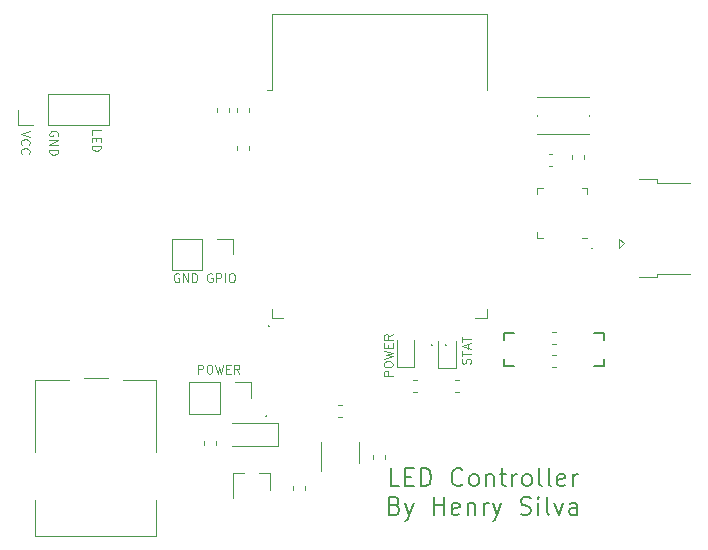
<source format=gbr>
%TF.GenerationSoftware,KiCad,Pcbnew,(5.1.6)-1*%
%TF.CreationDate,2020-06-23T15:14:12-07:00*%
%TF.ProjectId,LEDController,4c454443-6f6e-4747-926f-6c6c65722e6b,rev?*%
%TF.SameCoordinates,Original*%
%TF.FileFunction,Legend,Top*%
%TF.FilePolarity,Positive*%
%FSLAX46Y46*%
G04 Gerber Fmt 4.6, Leading zero omitted, Abs format (unit mm)*
G04 Created by KiCad (PCBNEW (5.1.6)-1) date 2020-06-23 15:14:12*
%MOMM*%
%LPD*%
G01*
G04 APERTURE LIST*
%ADD10C,0.120000*%
%ADD11C,0.180000*%
%ADD12C,0.203200*%
G04 APERTURE END LIST*
D10*
X97667857Y-66339285D02*
X97667857Y-65589285D01*
X97953571Y-65589285D01*
X98025000Y-65625000D01*
X98060714Y-65660714D01*
X98096428Y-65732142D01*
X98096428Y-65839285D01*
X98060714Y-65910714D01*
X98025000Y-65946428D01*
X97953571Y-65982142D01*
X97667857Y-65982142D01*
X98560714Y-65589285D02*
X98703571Y-65589285D01*
X98775000Y-65625000D01*
X98846428Y-65696428D01*
X98882142Y-65839285D01*
X98882142Y-66089285D01*
X98846428Y-66232142D01*
X98775000Y-66303571D01*
X98703571Y-66339285D01*
X98560714Y-66339285D01*
X98489285Y-66303571D01*
X98417857Y-66232142D01*
X98382142Y-66089285D01*
X98382142Y-65839285D01*
X98417857Y-65696428D01*
X98489285Y-65625000D01*
X98560714Y-65589285D01*
X99132142Y-65589285D02*
X99310714Y-66339285D01*
X99453571Y-65803571D01*
X99596428Y-66339285D01*
X99775000Y-65589285D01*
X100060714Y-65946428D02*
X100310714Y-65946428D01*
X100417857Y-66339285D02*
X100060714Y-66339285D01*
X100060714Y-65589285D01*
X100417857Y-65589285D01*
X101167857Y-66339285D02*
X100917857Y-65982142D01*
X100739285Y-66339285D02*
X100739285Y-65589285D01*
X101025000Y-65589285D01*
X101096428Y-65625000D01*
X101132142Y-65660714D01*
X101167857Y-65732142D01*
X101167857Y-65839285D01*
X101132142Y-65910714D01*
X101096428Y-65946428D01*
X101025000Y-65982142D01*
X100739285Y-65982142D01*
D11*
X114692857Y-75863571D02*
X113978571Y-75863571D01*
X113978571Y-74363571D01*
X115192857Y-75077857D02*
X115692857Y-75077857D01*
X115907142Y-75863571D02*
X115192857Y-75863571D01*
X115192857Y-74363571D01*
X115907142Y-74363571D01*
X116550000Y-75863571D02*
X116550000Y-74363571D01*
X116907142Y-74363571D01*
X117121428Y-74435000D01*
X117264285Y-74577857D01*
X117335714Y-74720714D01*
X117407142Y-75006428D01*
X117407142Y-75220714D01*
X117335714Y-75506428D01*
X117264285Y-75649285D01*
X117121428Y-75792142D01*
X116907142Y-75863571D01*
X116550000Y-75863571D01*
X120050000Y-75720714D02*
X119978571Y-75792142D01*
X119764285Y-75863571D01*
X119621428Y-75863571D01*
X119407142Y-75792142D01*
X119264285Y-75649285D01*
X119192857Y-75506428D01*
X119121428Y-75220714D01*
X119121428Y-75006428D01*
X119192857Y-74720714D01*
X119264285Y-74577857D01*
X119407142Y-74435000D01*
X119621428Y-74363571D01*
X119764285Y-74363571D01*
X119978571Y-74435000D01*
X120050000Y-74506428D01*
X120907142Y-75863571D02*
X120764285Y-75792142D01*
X120692857Y-75720714D01*
X120621428Y-75577857D01*
X120621428Y-75149285D01*
X120692857Y-75006428D01*
X120764285Y-74935000D01*
X120907142Y-74863571D01*
X121121428Y-74863571D01*
X121264285Y-74935000D01*
X121335714Y-75006428D01*
X121407142Y-75149285D01*
X121407142Y-75577857D01*
X121335714Y-75720714D01*
X121264285Y-75792142D01*
X121121428Y-75863571D01*
X120907142Y-75863571D01*
X122050000Y-74863571D02*
X122050000Y-75863571D01*
X122050000Y-75006428D02*
X122121428Y-74935000D01*
X122264285Y-74863571D01*
X122478571Y-74863571D01*
X122621428Y-74935000D01*
X122692857Y-75077857D01*
X122692857Y-75863571D01*
X123192857Y-74863571D02*
X123764285Y-74863571D01*
X123407142Y-74363571D02*
X123407142Y-75649285D01*
X123478571Y-75792142D01*
X123621428Y-75863571D01*
X123764285Y-75863571D01*
X124264285Y-75863571D02*
X124264285Y-74863571D01*
X124264285Y-75149285D02*
X124335714Y-75006428D01*
X124407142Y-74935000D01*
X124550000Y-74863571D01*
X124692857Y-74863571D01*
X125407142Y-75863571D02*
X125264285Y-75792142D01*
X125192857Y-75720714D01*
X125121428Y-75577857D01*
X125121428Y-75149285D01*
X125192857Y-75006428D01*
X125264285Y-74935000D01*
X125407142Y-74863571D01*
X125621428Y-74863571D01*
X125764285Y-74935000D01*
X125835714Y-75006428D01*
X125907142Y-75149285D01*
X125907142Y-75577857D01*
X125835714Y-75720714D01*
X125764285Y-75792142D01*
X125621428Y-75863571D01*
X125407142Y-75863571D01*
X126764285Y-75863571D02*
X126621428Y-75792142D01*
X126550000Y-75649285D01*
X126550000Y-74363571D01*
X127550000Y-75863571D02*
X127407142Y-75792142D01*
X127335714Y-75649285D01*
X127335714Y-74363571D01*
X128692857Y-75792142D02*
X128550000Y-75863571D01*
X128264285Y-75863571D01*
X128121428Y-75792142D01*
X128050000Y-75649285D01*
X128050000Y-75077857D01*
X128121428Y-74935000D01*
X128264285Y-74863571D01*
X128550000Y-74863571D01*
X128692857Y-74935000D01*
X128764285Y-75077857D01*
X128764285Y-75220714D01*
X128050000Y-75363571D01*
X129407142Y-75863571D02*
X129407142Y-74863571D01*
X129407142Y-75149285D02*
X129478571Y-75006428D01*
X129550000Y-74935000D01*
X129692857Y-74863571D01*
X129835714Y-74863571D01*
X114335714Y-77507857D02*
X114550000Y-77579285D01*
X114621428Y-77650714D01*
X114692857Y-77793571D01*
X114692857Y-78007857D01*
X114621428Y-78150714D01*
X114550000Y-78222142D01*
X114407142Y-78293571D01*
X113835714Y-78293571D01*
X113835714Y-76793571D01*
X114335714Y-76793571D01*
X114478571Y-76865000D01*
X114550000Y-76936428D01*
X114621428Y-77079285D01*
X114621428Y-77222142D01*
X114550000Y-77365000D01*
X114478571Y-77436428D01*
X114335714Y-77507857D01*
X113835714Y-77507857D01*
X115192857Y-77293571D02*
X115550000Y-78293571D01*
X115907142Y-77293571D02*
X115550000Y-78293571D01*
X115407142Y-78650714D01*
X115335714Y-78722142D01*
X115192857Y-78793571D01*
X117621428Y-78293571D02*
X117621428Y-76793571D01*
X117621428Y-77507857D02*
X118478571Y-77507857D01*
X118478571Y-78293571D02*
X118478571Y-76793571D01*
X119764285Y-78222142D02*
X119621428Y-78293571D01*
X119335714Y-78293571D01*
X119192857Y-78222142D01*
X119121428Y-78079285D01*
X119121428Y-77507857D01*
X119192857Y-77365000D01*
X119335714Y-77293571D01*
X119621428Y-77293571D01*
X119764285Y-77365000D01*
X119835714Y-77507857D01*
X119835714Y-77650714D01*
X119121428Y-77793571D01*
X120478571Y-77293571D02*
X120478571Y-78293571D01*
X120478571Y-77436428D02*
X120550000Y-77365000D01*
X120692857Y-77293571D01*
X120907142Y-77293571D01*
X121050000Y-77365000D01*
X121121428Y-77507857D01*
X121121428Y-78293571D01*
X121835714Y-78293571D02*
X121835714Y-77293571D01*
X121835714Y-77579285D02*
X121907142Y-77436428D01*
X121978571Y-77365000D01*
X122121428Y-77293571D01*
X122264285Y-77293571D01*
X122621428Y-77293571D02*
X122978571Y-78293571D01*
X123335714Y-77293571D02*
X122978571Y-78293571D01*
X122835714Y-78650714D01*
X122764285Y-78722142D01*
X122621428Y-78793571D01*
X124978571Y-78222142D02*
X125192857Y-78293571D01*
X125550000Y-78293571D01*
X125692857Y-78222142D01*
X125764285Y-78150714D01*
X125835714Y-78007857D01*
X125835714Y-77865000D01*
X125764285Y-77722142D01*
X125692857Y-77650714D01*
X125550000Y-77579285D01*
X125264285Y-77507857D01*
X125121428Y-77436428D01*
X125050000Y-77365000D01*
X124978571Y-77222142D01*
X124978571Y-77079285D01*
X125050000Y-76936428D01*
X125121428Y-76865000D01*
X125264285Y-76793571D01*
X125621428Y-76793571D01*
X125835714Y-76865000D01*
X126478571Y-78293571D02*
X126478571Y-77293571D01*
X126478571Y-76793571D02*
X126407142Y-76865000D01*
X126478571Y-76936428D01*
X126550000Y-76865000D01*
X126478571Y-76793571D01*
X126478571Y-76936428D01*
X127407142Y-78293571D02*
X127264285Y-78222142D01*
X127192857Y-78079285D01*
X127192857Y-76793571D01*
X127835714Y-77293571D02*
X128192857Y-78293571D01*
X128550000Y-77293571D01*
X129764285Y-78293571D02*
X129764285Y-77507857D01*
X129692857Y-77365000D01*
X129550000Y-77293571D01*
X129264285Y-77293571D01*
X129121428Y-77365000D01*
X129764285Y-78222142D02*
X129621428Y-78293571D01*
X129264285Y-78293571D01*
X129121428Y-78222142D01*
X129050000Y-78079285D01*
X129050000Y-77936428D01*
X129121428Y-77793571D01*
X129264285Y-77722142D01*
X129621428Y-77722142D01*
X129764285Y-77650714D01*
D10*
X117400000Y-63867857D02*
X117435714Y-63903571D01*
X117400000Y-63939285D01*
X117364285Y-63903571D01*
X117400000Y-63867857D01*
X117400000Y-63939285D01*
X118600000Y-63867857D02*
X118635714Y-63903571D01*
X118600000Y-63939285D01*
X118564285Y-63903571D01*
X118600000Y-63867857D01*
X118600000Y-63939285D01*
X120703571Y-65507142D02*
X120739285Y-65400000D01*
X120739285Y-65221428D01*
X120703571Y-65150000D01*
X120667857Y-65114285D01*
X120596428Y-65078571D01*
X120525000Y-65078571D01*
X120453571Y-65114285D01*
X120417857Y-65150000D01*
X120382142Y-65221428D01*
X120346428Y-65364285D01*
X120310714Y-65435714D01*
X120275000Y-65471428D01*
X120203571Y-65507142D01*
X120132142Y-65507142D01*
X120060714Y-65471428D01*
X120025000Y-65435714D01*
X119989285Y-65364285D01*
X119989285Y-65185714D01*
X120025000Y-65078571D01*
X119989285Y-64864285D02*
X119989285Y-64435714D01*
X120739285Y-64650000D02*
X119989285Y-64650000D01*
X120525000Y-64221428D02*
X120525000Y-63864285D01*
X120739285Y-64292857D02*
X119989285Y-64042857D01*
X120739285Y-63792857D01*
X119989285Y-63650000D02*
X119989285Y-63221428D01*
X120739285Y-63435714D02*
X119989285Y-63435714D01*
X114139285Y-66532142D02*
X113389285Y-66532142D01*
X113389285Y-66246428D01*
X113425000Y-66175000D01*
X113460714Y-66139285D01*
X113532142Y-66103571D01*
X113639285Y-66103571D01*
X113710714Y-66139285D01*
X113746428Y-66175000D01*
X113782142Y-66246428D01*
X113782142Y-66532142D01*
X113389285Y-65639285D02*
X113389285Y-65496428D01*
X113425000Y-65425000D01*
X113496428Y-65353571D01*
X113639285Y-65317857D01*
X113889285Y-65317857D01*
X114032142Y-65353571D01*
X114103571Y-65425000D01*
X114139285Y-65496428D01*
X114139285Y-65639285D01*
X114103571Y-65710714D01*
X114032142Y-65782142D01*
X113889285Y-65817857D01*
X113639285Y-65817857D01*
X113496428Y-65782142D01*
X113425000Y-65710714D01*
X113389285Y-65639285D01*
X113389285Y-65067857D02*
X114139285Y-64889285D01*
X113603571Y-64746428D01*
X114139285Y-64603571D01*
X113389285Y-64425000D01*
X113746428Y-64139285D02*
X113746428Y-63889285D01*
X114139285Y-63782142D02*
X114139285Y-64139285D01*
X113389285Y-64139285D01*
X113389285Y-63782142D01*
X114139285Y-63032142D02*
X113782142Y-63282142D01*
X114139285Y-63460714D02*
X113389285Y-63460714D01*
X113389285Y-63175000D01*
X113425000Y-63103571D01*
X113460714Y-63067857D01*
X113532142Y-63032142D01*
X113639285Y-63032142D01*
X113710714Y-63067857D01*
X113746428Y-63103571D01*
X113782142Y-63175000D01*
X113782142Y-63460714D01*
X103400000Y-69867857D02*
X103435714Y-69903571D01*
X103400000Y-69939285D01*
X103364285Y-69903571D01*
X103400000Y-69867857D01*
X103400000Y-69939285D01*
X103600000Y-62267857D02*
X103635714Y-62303571D01*
X103600000Y-62339285D01*
X103564285Y-62303571D01*
X103600000Y-62267857D01*
X103600000Y-62339285D01*
X131000000Y-55667857D02*
X131035714Y-55703571D01*
X131000000Y-55739285D01*
X130964285Y-55703571D01*
X131000000Y-55667857D01*
X131000000Y-55739285D01*
X88660714Y-46117857D02*
X88660714Y-45760714D01*
X89410714Y-45760714D01*
X89053571Y-46367857D02*
X89053571Y-46617857D01*
X88660714Y-46725000D02*
X88660714Y-46367857D01*
X89410714Y-46367857D01*
X89410714Y-46725000D01*
X88660714Y-47046428D02*
X89410714Y-47046428D01*
X89410714Y-47225000D01*
X89375000Y-47332142D01*
X89303571Y-47403571D01*
X89232142Y-47439285D01*
X89089285Y-47475000D01*
X88982142Y-47475000D01*
X88839285Y-47439285D01*
X88767857Y-47403571D01*
X88696428Y-47332142D01*
X88660714Y-47225000D01*
X88660714Y-47046428D01*
X85775000Y-46228571D02*
X85810714Y-46157142D01*
X85810714Y-46050000D01*
X85775000Y-45942857D01*
X85703571Y-45871428D01*
X85632142Y-45835714D01*
X85489285Y-45800000D01*
X85382142Y-45800000D01*
X85239285Y-45835714D01*
X85167857Y-45871428D01*
X85096428Y-45942857D01*
X85060714Y-46050000D01*
X85060714Y-46121428D01*
X85096428Y-46228571D01*
X85132142Y-46264285D01*
X85382142Y-46264285D01*
X85382142Y-46121428D01*
X85060714Y-46585714D02*
X85810714Y-46585714D01*
X85060714Y-47014285D01*
X85810714Y-47014285D01*
X85060714Y-47371428D02*
X85810714Y-47371428D01*
X85810714Y-47550000D01*
X85775000Y-47657142D01*
X85703571Y-47728571D01*
X85632142Y-47764285D01*
X85489285Y-47800000D01*
X85382142Y-47800000D01*
X85239285Y-47764285D01*
X85167857Y-47728571D01*
X85096428Y-47657142D01*
X85060714Y-47550000D01*
X85060714Y-47371428D01*
X83410714Y-45800000D02*
X82660714Y-46050000D01*
X83410714Y-46300000D01*
X82732142Y-46978571D02*
X82696428Y-46942857D01*
X82660714Y-46835714D01*
X82660714Y-46764285D01*
X82696428Y-46657142D01*
X82767857Y-46585714D01*
X82839285Y-46550000D01*
X82982142Y-46514285D01*
X83089285Y-46514285D01*
X83232142Y-46550000D01*
X83303571Y-46585714D01*
X83375000Y-46657142D01*
X83410714Y-46764285D01*
X83410714Y-46835714D01*
X83375000Y-46942857D01*
X83339285Y-46978571D01*
X82732142Y-47728571D02*
X82696428Y-47692857D01*
X82660714Y-47585714D01*
X82660714Y-47514285D01*
X82696428Y-47407142D01*
X82767857Y-47335714D01*
X82839285Y-47300000D01*
X82982142Y-47264285D01*
X83089285Y-47264285D01*
X83232142Y-47300000D01*
X83303571Y-47335714D01*
X83375000Y-47407142D01*
X83410714Y-47514285D01*
X83410714Y-47585714D01*
X83375000Y-47692857D01*
X83339285Y-47728571D01*
X98850000Y-57875000D02*
X98778571Y-57839285D01*
X98671428Y-57839285D01*
X98564285Y-57875000D01*
X98492857Y-57946428D01*
X98457142Y-58017857D01*
X98421428Y-58160714D01*
X98421428Y-58267857D01*
X98457142Y-58410714D01*
X98492857Y-58482142D01*
X98564285Y-58553571D01*
X98671428Y-58589285D01*
X98742857Y-58589285D01*
X98850000Y-58553571D01*
X98885714Y-58517857D01*
X98885714Y-58267857D01*
X98742857Y-58267857D01*
X99207142Y-58589285D02*
X99207142Y-57839285D01*
X99492857Y-57839285D01*
X99564285Y-57875000D01*
X99600000Y-57910714D01*
X99635714Y-57982142D01*
X99635714Y-58089285D01*
X99600000Y-58160714D01*
X99564285Y-58196428D01*
X99492857Y-58232142D01*
X99207142Y-58232142D01*
X99957142Y-58589285D02*
X99957142Y-57839285D01*
X100457142Y-57839285D02*
X100600000Y-57839285D01*
X100671428Y-57875000D01*
X100742857Y-57946428D01*
X100778571Y-58089285D01*
X100778571Y-58339285D01*
X100742857Y-58482142D01*
X100671428Y-58553571D01*
X100600000Y-58589285D01*
X100457142Y-58589285D01*
X100385714Y-58553571D01*
X100314285Y-58482142D01*
X100278571Y-58339285D01*
X100278571Y-58089285D01*
X100314285Y-57946428D01*
X100385714Y-57875000D01*
X100457142Y-57839285D01*
X96028571Y-57875000D02*
X95957142Y-57839285D01*
X95850000Y-57839285D01*
X95742857Y-57875000D01*
X95671428Y-57946428D01*
X95635714Y-58017857D01*
X95600000Y-58160714D01*
X95600000Y-58267857D01*
X95635714Y-58410714D01*
X95671428Y-58482142D01*
X95742857Y-58553571D01*
X95850000Y-58589285D01*
X95921428Y-58589285D01*
X96028571Y-58553571D01*
X96064285Y-58517857D01*
X96064285Y-58267857D01*
X95921428Y-58267857D01*
X96385714Y-58589285D02*
X96385714Y-57839285D01*
X96814285Y-58589285D01*
X96814285Y-57839285D01*
X97171428Y-58589285D02*
X97171428Y-57839285D01*
X97350000Y-57839285D01*
X97457142Y-57875000D01*
X97528571Y-57946428D01*
X97564285Y-58017857D01*
X97600000Y-58160714D01*
X97600000Y-58267857D01*
X97564285Y-58410714D01*
X97528571Y-58482142D01*
X97457142Y-58553571D01*
X97350000Y-58589285D01*
X97171428Y-58589285D01*
%TO.C,J7*%
X96930000Y-67070000D02*
X96930000Y-69730000D01*
X99530000Y-67070000D02*
X96930000Y-67070000D01*
X99530000Y-69730000D02*
X96930000Y-69730000D01*
X99530000Y-67070000D02*
X99530000Y-69730000D01*
X100800000Y-67070000D02*
X102130000Y-67070000D01*
X102130000Y-67070000D02*
X102130000Y-68400000D01*
%TO.C,U1*%
X108090000Y-72100000D02*
X108090000Y-74550000D01*
X111310000Y-73900000D02*
X111310000Y-72100000D01*
%TO.C,C1*%
X106710000Y-75837221D02*
X106710000Y-76162779D01*
X105690000Y-75837221D02*
X105690000Y-76162779D01*
%TO.C,C2*%
X109537221Y-70010000D02*
X109862779Y-70010000D01*
X109537221Y-68990000D02*
X109862779Y-68990000D01*
%TO.C,C3*%
X100990000Y-44162779D02*
X100990000Y-43837221D01*
X102010000Y-44162779D02*
X102010000Y-43837221D01*
%TO.C,C4*%
X100310000Y-44162779D02*
X100310000Y-43837221D01*
X99290000Y-44162779D02*
X99290000Y-43837221D01*
%TO.C,C5*%
X130310000Y-48162779D02*
X130310000Y-47837221D01*
X129290000Y-48162779D02*
X129290000Y-47837221D01*
%TO.C,C6*%
X102010000Y-47087221D02*
X102010000Y-47412779D01*
X100990000Y-47087221D02*
X100990000Y-47412779D01*
%TO.C,D1*%
X104400000Y-72500000D02*
X100550000Y-72500000D01*
X104400000Y-70500000D02*
X100550000Y-70500000D01*
X104400000Y-72500000D02*
X104400000Y-70500000D01*
%TO.C,D2*%
X115985000Y-65797500D02*
X115985000Y-63512500D01*
X114515000Y-65797500D02*
X115985000Y-65797500D01*
X114515000Y-63512500D02*
X114515000Y-65797500D01*
%TO.C,D3*%
X118015000Y-63550000D02*
X118015000Y-65835000D01*
X118015000Y-65835000D02*
X119485000Y-65835000D01*
X119485000Y-65835000D02*
X119485000Y-63550000D01*
%TO.C,J1*%
X133750000Y-55325000D02*
X133300000Y-55725000D01*
X133300000Y-55725000D02*
X133300000Y-54925000D01*
X133300000Y-54925000D02*
X133750000Y-55325000D01*
X139350000Y-50175000D02*
X136550000Y-50175000D01*
X136550000Y-50175000D02*
X136550000Y-49875000D01*
X136550000Y-49875000D02*
X135000000Y-49875000D01*
X139350000Y-57875000D02*
X136550000Y-57875000D01*
X136550000Y-58175000D02*
X136550000Y-57875000D01*
X136550000Y-58175000D02*
X135000000Y-58175000D01*
%TO.C,J2*%
X88000000Y-66700000D02*
X90000000Y-66700000D01*
X83890000Y-80110000D02*
X83890000Y-77050000D01*
X94110000Y-80110000D02*
X83890000Y-80110000D01*
X94110000Y-77050000D02*
X94110000Y-80110000D01*
X94110000Y-66890000D02*
X94110000Y-72950000D01*
X91300000Y-66890000D02*
X94110000Y-66890000D01*
X83890000Y-66890000D02*
X86700000Y-66890000D01*
X83890000Y-72950000D02*
X83890000Y-66890000D01*
%TO.C,J3*%
X82380000Y-45330000D02*
X82380000Y-44000000D01*
X83710000Y-45330000D02*
X82380000Y-45330000D01*
X84980000Y-45330000D02*
X84980000Y-42670000D01*
X84980000Y-42670000D02*
X90120000Y-42670000D01*
X84980000Y-45330000D02*
X90120000Y-45330000D01*
X90120000Y-45330000D02*
X90120000Y-42670000D01*
%TO.C,J6*%
X95420000Y-54920000D02*
X95420000Y-57580000D01*
X98020000Y-54920000D02*
X95420000Y-54920000D01*
X98020000Y-57580000D02*
X95420000Y-57580000D01*
X98020000Y-54920000D02*
X98020000Y-57580000D01*
X99290000Y-54920000D02*
X100620000Y-54920000D01*
X100620000Y-54920000D02*
X100620000Y-56250000D01*
%TO.C,Q1*%
X103780000Y-74740000D02*
X103780000Y-76200000D01*
X100620000Y-74740000D02*
X100620000Y-76900000D01*
X100620000Y-74740000D02*
X101550000Y-74740000D01*
X103780000Y-74740000D02*
X102850000Y-74740000D01*
D12*
%TO.C,Q2*%
X123601500Y-65097560D02*
X123601500Y-65699540D01*
X123601500Y-65699540D02*
X124399060Y-65699540D01*
X123601500Y-63502440D02*
X123601500Y-62900460D01*
X123601500Y-62900460D02*
X124399060Y-62900460D01*
%TO.C,Q3*%
X131998500Y-65699540D02*
X131200940Y-65699540D01*
X131998500Y-65097560D02*
X131998500Y-65699540D01*
X131998500Y-62900460D02*
X131200940Y-62900460D01*
X131998500Y-63502440D02*
X131998500Y-62900460D01*
D10*
%TO.C,R1*%
X99210000Y-72087221D02*
X99210000Y-72412779D01*
X98190000Y-72087221D02*
X98190000Y-72412779D01*
%TO.C,R2*%
X112490000Y-73237221D02*
X112490000Y-73562779D01*
X113510000Y-73237221D02*
X113510000Y-73562779D01*
%TO.C,R3*%
X115837221Y-66890000D02*
X116162779Y-66890000D01*
X115837221Y-67910000D02*
X116162779Y-67910000D01*
%TO.C,R4*%
X119437221Y-67910000D02*
X119762779Y-67910000D01*
X119437221Y-66890000D02*
X119762779Y-66890000D01*
%TO.C,R6*%
X127662779Y-48760000D02*
X127337221Y-48760000D01*
X127662779Y-47740000D02*
X127337221Y-47740000D01*
%TO.C,R7*%
X127637221Y-65810000D02*
X127962779Y-65810000D01*
X127637221Y-64790000D02*
X127962779Y-64790000D01*
%TO.C,R8*%
X127962779Y-63810000D02*
X127637221Y-63810000D01*
X127962779Y-62790000D02*
X127637221Y-62790000D01*
%TO.C,SW1*%
X130800000Y-44450000D02*
X130800000Y-44550000D01*
X126400000Y-46050000D02*
X130800000Y-46050000D01*
X130800000Y-42950000D02*
X126400000Y-42950000D01*
X126400000Y-44450000D02*
X126400000Y-44550000D01*
%TO.C,U2*%
X103880000Y-42310000D02*
X103500000Y-42310000D01*
X103880000Y-35890000D02*
X103880000Y-42310000D01*
X122120000Y-35890000D02*
X122120000Y-42310000D01*
X103880000Y-35890000D02*
X122120000Y-35890000D01*
X122120000Y-61635000D02*
X121120000Y-61635000D01*
X122120000Y-60855000D02*
X122120000Y-61635000D01*
X103880000Y-61635000D02*
X104880000Y-61635000D01*
X103880000Y-60855000D02*
X103880000Y-61635000D01*
%TO.C,U3*%
X130135000Y-54860000D02*
X130610000Y-54860000D01*
X126390000Y-50640000D02*
X126390000Y-51115000D01*
X126865000Y-50640000D02*
X126390000Y-50640000D01*
X130610000Y-50640000D02*
X130610000Y-51115000D01*
X130135000Y-50640000D02*
X130610000Y-50640000D01*
X126390000Y-54860000D02*
X126390000Y-54385000D01*
X126865000Y-54860000D02*
X126390000Y-54860000D01*
%TD*%
M02*

</source>
